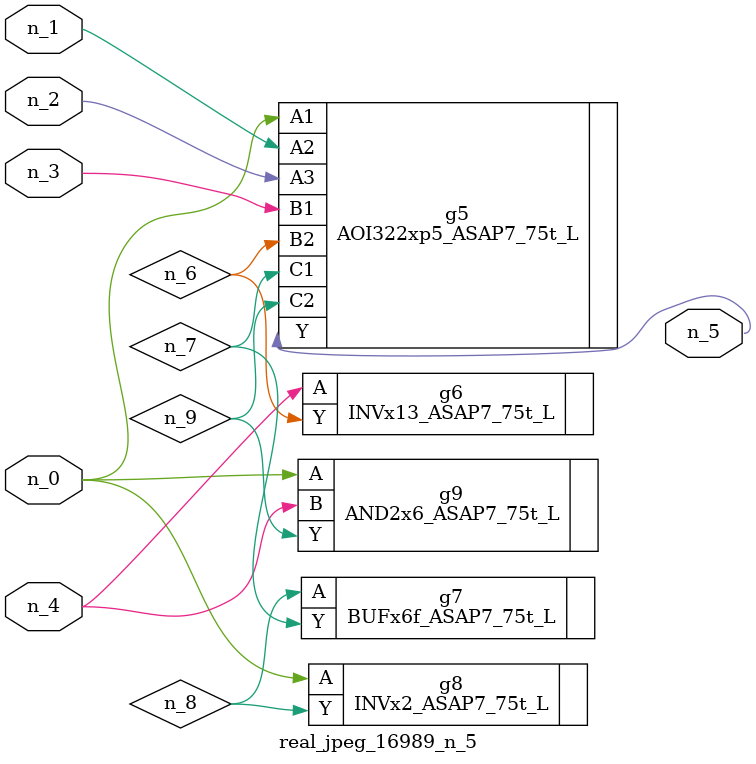
<source format=v>
module real_jpeg_16989_n_5 (n_4, n_0, n_1, n_2, n_3, n_5);

input n_4;
input n_0;
input n_1;
input n_2;
input n_3;

output n_5;

wire n_8;
wire n_6;
wire n_7;
wire n_9;

AOI322xp5_ASAP7_75t_L g5 ( 
.A1(n_0),
.A2(n_1),
.A3(n_2),
.B1(n_3),
.B2(n_6),
.C1(n_7),
.C2(n_9),
.Y(n_5)
);

INVx2_ASAP7_75t_L g8 ( 
.A(n_0),
.Y(n_8)
);

AND2x6_ASAP7_75t_L g9 ( 
.A(n_0),
.B(n_4),
.Y(n_9)
);

INVx13_ASAP7_75t_L g6 ( 
.A(n_4),
.Y(n_6)
);

BUFx6f_ASAP7_75t_L g7 ( 
.A(n_8),
.Y(n_7)
);


endmodule
</source>
